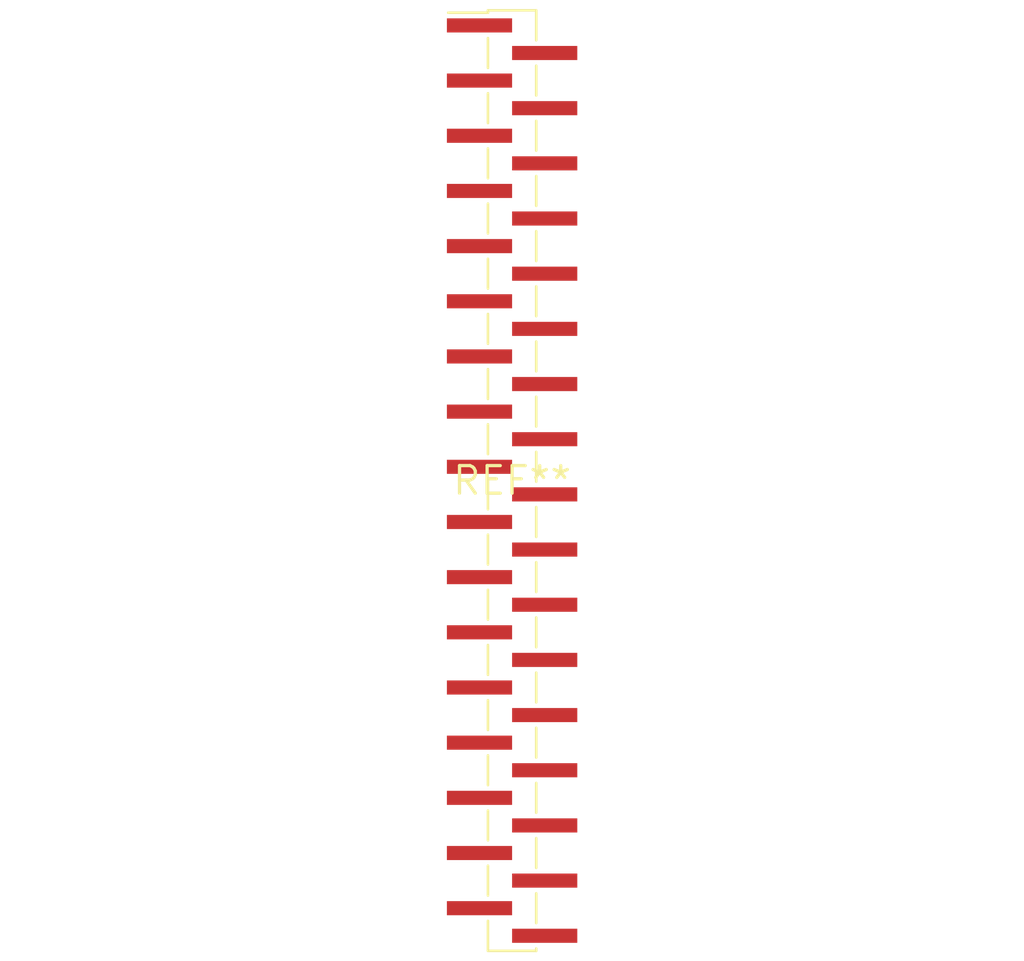
<source format=kicad_pcb>
(kicad_pcb (version 20240108) (generator pcbnew)
  (layers (0 "F.Cu" signal) (31 "B.Cu" signal) (34 "B.Paste" user) (35 "F.Paste" user) (36 "B.SilkS" user "B.Silkscreen") (37 "F.SilkS" user "F.Silkscreen") (38 "B.Mask" user) (39 "F.Mask" user) (44 "Edge.Cuts" user))
  (net 0 "")
  (footprint "PinHeader_1x34_P1.27mm_Vertical_SMD_Pin1Left" (layer "F.Cu") (at 0 0)
    (property "Reference" "REF**")
    (property "Value" "PinHeader_1x34_P1.27mm_Vertical_SMD_Pin1Left")
    (fp_line (start -1.11 -21.65) (end -1.11 -21.54) (layer "F.SilkS") (stroke (width 0.12)))
    (fp_line (start -1.11 -21.65) (end 1.11 -21.65) (layer "F.SilkS") (stroke (width 0.12)))
    (fp_line (start -1.11 -21.54) (end -2.94 -21.54) (layer "F.SilkS") (stroke (width 0.12)))
    (fp_line (start -1.11 -20.37) (end -1.11 -19) (layer "F.SilkS") (stroke (width 0.12)))
    (fp_line (start -1.11 -17.83) (end -1.11 -16.46) (layer "F.SilkS") (stroke (width 0.12)))
    (fp_line (start -1.11 -15.29) (end -1.11 -13.92) (layer "F.SilkS") (stroke (width 0.12)))
    (fp_line (start -1.11 -12.75) (end -1.11 -11.38) (layer "F.SilkS") (stroke (width 0.12)))
    (fp_line (start -1.11 -10.21) (end -1.11 -8.84) (layer "F.SilkS") (stroke (width 0.12)))
    (fp_line (start -1.11 -7.67) (end -1.11 -6.3) (layer "F.SilkS") (stroke (width 0.12)))
    (fp_line (start -1.11 -5.13) (end -1.11 -3.76) (layer "F.SilkS") (stroke (width 0.12)))
    (fp_line (start -1.11 -2.59) (end -1.11 -1.22) (layer "F.SilkS") (stroke (width 0.12)))
    (fp_line (start -1.11 -0.05) (end -1.11 1.32) (layer "F.SilkS") (stroke (width 0.12)))
    (fp_line (start -1.11 2.49) (end -1.11 3.86) (layer "F.SilkS") (stroke (width 0.12)))
    (fp_line (start -1.11 5.03) (end -1.11 6.4) (layer "F.SilkS") (stroke (width 0.12)))
    (fp_line (start -1.11 7.57) (end -1.11 8.94) (layer "F.SilkS") (stroke (width 0.12)))
    (fp_line (start -1.11 10.11) (end -1.11 11.48) (layer "F.SilkS") (stroke (width 0.12)))
    (fp_line (start -1.11 12.65) (end -1.11 14.02) (layer "F.SilkS") (stroke (width 0.12)))
    (fp_line (start -1.11 15.19) (end -1.11 16.56) (layer "F.SilkS") (stroke (width 0.12)))
    (fp_line (start -1.11 17.73) (end -1.11 19.1) (layer "F.SilkS") (stroke (width 0.12)))
    (fp_line (start -1.11 20.27) (end -1.11 21.64) (layer "F.SilkS") (stroke (width 0.12)))
    (fp_line (start -1.11 21.65) (end 1.11 21.65) (layer "F.SilkS") (stroke (width 0.12)))
    (fp_line (start 1.11 -21.64) (end 1.11 -20.27) (layer "F.SilkS") (stroke (width 0.12)))
    (fp_line (start 1.11 -19.1) (end 1.11 -17.73) (layer "F.SilkS") (stroke (width 0.12)))
    (fp_line (start 1.11 -16.56) (end 1.11 -15.19) (layer "F.SilkS") (stroke (width 0.12)))
    (fp_line (start 1.11 -14.02) (end 1.11 -12.65) (layer "F.SilkS") (stroke (width 0.12)))
    (fp_line (start 1.11 -11.48) (end 1.11 -10.11) (layer "F.SilkS") (stroke (width 0.12)))
    (fp_line (start 1.11 -8.94) (end 1.11 -7.57) (layer "F.SilkS") (stroke (width 0.12)))
    (fp_line (start 1.11 -6.4) (end 1.11 -5.03) (layer "F.SilkS") (stroke (width 0.12)))
    (fp_line (start 1.11 -3.86) (end 1.11 -2.49) (layer "F.SilkS") (stroke (width 0.12)))
    (fp_line (start 1.11 -1.32) (end 1.11 0.05) (layer "F.SilkS") (stroke (width 0.12)))
    (fp_line (start 1.11 1.22) (end 1.11 2.59) (layer "F.SilkS") (stroke (width 0.12)))
    (fp_line (start 1.11 3.76) (end 1.11 5.13) (layer "F.SilkS") (stroke (width 0.12)))
    (fp_line (start 1.11 6.3) (end 1.11 7.67) (layer "F.SilkS") (stroke (width 0.12)))
    (fp_line (start 1.11 8.84) (end 1.11 10.21) (layer "F.SilkS") (stroke (width 0.12)))
    (fp_line (start 1.11 11.38) (end 1.11 12.75) (layer "F.SilkS") (stroke (width 0.12)))
    (fp_line (start 1.11 13.92) (end 1.11 15.29) (layer "F.SilkS") (stroke (width 0.12)))
    (fp_line (start 1.11 16.46) (end 1.11 17.83) (layer "F.SilkS") (stroke (width 0.12)))
    (fp_line (start 1.11 19) (end 1.11 20.37) (layer "F.SilkS") (stroke (width 0.12)))
    (fp_line (start 1.11 21.54) (end 1.11 21.65) (layer "F.SilkS") (stroke (width 0.12)))
    (pad "1" smd rect (at -1.5 -20.955) (size 3 0.65) (layers "F.Cu" "F.Paste" "F.Mask"))
    (pad "2" smd rect (at 1.5 -19.685) (size 3 0.65) (layers "F.Cu" "F.Paste" "F.Mask"))
    (pad "3" smd rect (at -1.5 -18.415) (size 3 0.65) (layers "F.Cu" "F.Paste" "F.Mask"))
    (pad "4" smd rect (at 1.5 -17.145) (size 3 0.65) (layers "F.Cu" "F.Paste" "F.Mask"))
    (pad "5" smd rect (at -1.5 -15.875) (size 3 0.65) (layers "F.Cu" "F.Paste" "F.Mask"))
    (pad "6" smd rect (at 1.5 -14.605) (size 3 0.65) (layers "F.Cu" "F.Paste" "F.Mask"))
    (pad "7" smd rect (at -1.5 -13.335) (size 3 0.65) (layers "F.Cu" "F.Paste" "F.Mask"))
    (pad "8" smd rect (at 1.5 -12.065) (size 3 0.65) (layers "F.Cu" "F.Paste" "F.Mask"))
    (pad "9" smd rect (at -1.5 -10.795) (size 3 0.65) (layers "F.Cu" "F.Paste" "F.Mask"))
    (pad "10" smd rect (at 1.5 -9.525) (size 3 0.65) (layers "F.Cu" "F.Paste" "F.Mask"))
    (pad "11" smd rect (at -1.5 -8.255) (size 3 0.65) (layers "F.Cu" "F.Paste" "F.Mask"))
    (pad "12" smd rect (at 1.5 -6.985) (size 3 0.65) (layers "F.Cu" "F.Paste" "F.Mask"))
    (pad "13" smd rect (at -1.5 -5.715) (size 3 0.65) (layers "F.Cu" "F.Paste" "F.Mask"))
    (pad "14" smd rect (at 1.5 -4.445) (size 3 0.65) (layers "F.Cu" "F.Paste" "F.Mask"))
    (pad "15" smd rect (at -1.5 -3.175) (size 3 0.65) (layers "F.Cu" "F.Paste" "F.Mask"))
    (pad "16" smd rect (at 1.5 -1.905) (size 3 0.65) (layers "F.Cu" "F.Paste" "F.Mask"))
    (pad "17" smd rect (at -1.5 -0.635) (size 3 0.65) (layers "F.Cu" "F.Paste" "F.Mask"))
    (pad "18" smd rect (at 1.5 0.635) (size 3 0.65) (layers "F.Cu" "F.Paste" "F.Mask"))
    (pad "19" smd rect (at -1.5 1.905) (size 3 0.65) (layers "F.Cu" "F.Paste" "F.Mask"))
    (pad "20" smd rect (at 1.5 3.175) (size 3 0.65) (layers "F.Cu" "F.Paste" "F.Mask"))
    (pad "21" smd rect (at -1.5 4.445) (size 3 0.65) (layers "F.Cu" "F.Paste" "F.Mask"))
    (pad "22" smd rect (at 1.5 5.715) (size 3 0.65) (layers "F.Cu" "F.Paste" "F.Mask"))
    (pad "23" smd rect (at -1.5 6.985) (size 3 0.65) (layers "F.Cu" "F.Paste" "F.Mask"))
    (pad "24" smd rect (at 1.5 8.255) (size 3 0.65) (layers "F.Cu" "F.Paste" "F.Mask"))
    (pad "25" smd rect (at -1.5 9.525) (size 3 0.65) (layers "F.Cu" "F.Paste" "F.Mask"))
    (pad "26" smd rect (at 1.5 10.795) (size 3 0.65) (layers "F.Cu" "F.Paste" "F.Mask"))
    (pad "27" smd rect (at -1.5 12.065) (size 3 0.65) (layers "F.Cu" "F.Paste" "F.Mask"))
    (pad "28" smd rect (at 1.5 13.335) (size 3 0.65) (layers "F.Cu" "F.Paste" "F.Mask"))
    (pad "29" smd rect (at -1.5 14.605) (size 3 0.65) (layers "F.Cu" "F.Paste" "F.Mask"))
    (pad "30" smd rect (at 1.5 15.875) (size 3 0.65) (layers "F.Cu" "F.Paste" "F.Mask"))
    (pad "31" smd rect (at -1.5 17.145) (size 3 0.65) (layers "F.Cu" "F.Paste" "F.Mask"))
    (pad "32" smd rect (at 1.5 18.415) (size 3 0.65) (layers "F.Cu" "F.Paste" "F.Mask"))
    (pad "33" smd rect (at -1.5 19.685) (size 3 0.65) (layers "F.Cu" "F.Paste" "F.Mask"))
    (pad "34" smd rect (at 1.5 20.955) (size 3 0.65) (layers "F.Cu" "F.Paste" "F.Mask"))
  )
)
</source>
